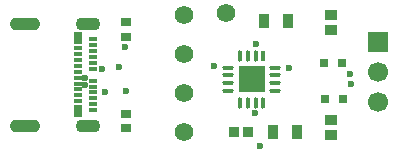
<source format=gts>
G04*
G04 #@! TF.GenerationSoftware,Altium Limited,Altium Designer,21.2.2 (38)*
G04*
G04 Layer_Color=8388736*
%FSLAX25Y25*%
%MOIN*%
G70*
G04*
G04 #@! TF.SameCoordinates,D102F6C4-1F96-4035-BECF-554025CD0FF2*
G04*
G04*
G04 #@! TF.FilePolarity,Negative*
G04*
G01*
G75*
%ADD15R,0.02756X0.01181*%
%ADD16R,0.02756X0.03937*%
%ADD17R,0.03394X0.02894*%
%ADD18R,0.09055X0.09055*%
G04:AMPARAMS|DCode=19|XSize=15.75mil|YSize=37.4mil|CornerRadius=7.87mil|HoleSize=0mil|Usage=FLASHONLY|Rotation=270.000|XOffset=0mil|YOffset=0mil|HoleType=Round|Shape=RoundedRectangle|*
%AMROUNDEDRECTD19*
21,1,0.01575,0.02165,0,0,270.0*
21,1,0.00000,0.03740,0,0,270.0*
1,1,0.01575,-0.01083,0.00000*
1,1,0.01575,-0.01083,0.00000*
1,1,0.01575,0.01083,0.00000*
1,1,0.01575,0.01083,0.00000*
%
%ADD19ROUNDEDRECTD19*%
G04:AMPARAMS|DCode=20|XSize=37.4mil|YSize=15.75mil|CornerRadius=7.87mil|HoleSize=0mil|Usage=FLASHONLY|Rotation=270.000|XOffset=0mil|YOffset=0mil|HoleType=Round|Shape=RoundedRectangle|*
%AMROUNDEDRECTD20*
21,1,0.03740,0.00000,0,0,270.0*
21,1,0.02165,0.01575,0,0,270.0*
1,1,0.01575,0.00000,-0.01083*
1,1,0.01575,0.00000,0.01083*
1,1,0.01575,0.00000,0.01083*
1,1,0.01575,0.00000,-0.01083*
%
%ADD20ROUNDEDRECTD20*%
%ADD21R,0.01575X0.03740*%
%ADD22R,0.03765X0.04749*%
%ADD24R,0.03150X0.03150*%
%ADD25R,0.03563X0.03568*%
%ADD26R,0.03937X0.03347*%
G04:AMPARAMS|DCode=27|XSize=43.31mil|YSize=82.68mil|CornerRadius=21.65mil|HoleSize=0mil|Usage=FLASHONLY|Rotation=270.000|XOffset=0mil|YOffset=0mil|HoleType=Round|Shape=RoundedRectangle|*
%AMROUNDEDRECTD27*
21,1,0.04331,0.03937,0,0,270.0*
21,1,0.00000,0.08268,0,0,270.0*
1,1,0.04331,-0.01968,0.00000*
1,1,0.04331,-0.01968,0.00000*
1,1,0.04331,0.01968,0.00000*
1,1,0.04331,0.01968,0.00000*
%
%ADD27ROUNDEDRECTD27*%
G04:AMPARAMS|DCode=28|XSize=43.31mil|YSize=102.36mil|CornerRadius=21.65mil|HoleSize=0mil|Usage=FLASHONLY|Rotation=270.000|XOffset=0mil|YOffset=0mil|HoleType=Round|Shape=RoundedRectangle|*
%AMROUNDEDRECTD28*
21,1,0.04331,0.05906,0,0,270.0*
21,1,0.00000,0.10236,0,0,270.0*
1,1,0.04331,-0.02953,0.00000*
1,1,0.04331,-0.02953,0.00000*
1,1,0.04331,0.02953,0.00000*
1,1,0.04331,0.02953,0.00000*
%
%ADD28ROUNDEDRECTD28*%
%ADD29R,0.06693X0.06693*%
%ADD30C,0.06693*%
%ADD31C,0.06181*%
%ADD32C,0.02362*%
D15*
X31575Y24532D02*
D03*
Y28468D02*
D03*
Y38311D02*
D03*
Y36342D02*
D03*
Y34374D02*
D03*
Y32405D02*
D03*
Y30437D02*
D03*
Y22563D02*
D03*
Y20595D02*
D03*
Y18626D02*
D03*
Y16657D02*
D03*
Y14689D02*
D03*
X26457Y17642D02*
D03*
Y19610D02*
D03*
Y21579D02*
D03*
Y23547D02*
D03*
Y25516D02*
D03*
Y27484D02*
D03*
Y29453D02*
D03*
Y31421D02*
D03*
Y33390D02*
D03*
Y35358D02*
D03*
D16*
Y38705D02*
D03*
Y14295D02*
D03*
D17*
X42500Y8654D02*
D03*
Y13500D02*
D03*
Y44000D02*
D03*
Y39154D02*
D03*
D18*
X84500Y25000D02*
D03*
D19*
X92276Y28839D02*
D03*
Y26280D02*
D03*
Y23720D02*
D03*
Y21161D02*
D03*
X76724D02*
D03*
Y23720D02*
D03*
Y26280D02*
D03*
Y28839D02*
D03*
D20*
X88339Y17224D02*
D03*
X85780D02*
D03*
X83220D02*
D03*
X80661D02*
D03*
Y32776D02*
D03*
X83220D02*
D03*
X85780D02*
D03*
D21*
X88339D02*
D03*
D22*
X99571Y7500D02*
D03*
X91500D02*
D03*
X96571Y44500D02*
D03*
X88500D02*
D03*
D24*
X108547Y30500D02*
D03*
X114453D02*
D03*
X109000Y18500D02*
D03*
X114906D02*
D03*
D25*
X83364Y7500D02*
D03*
X78636D02*
D03*
D26*
X111000Y41539D02*
D03*
Y46461D02*
D03*
X110823Y11461D02*
D03*
Y6539D02*
D03*
D27*
X29961Y43508D02*
D03*
Y9492D02*
D03*
D28*
X8858Y43508D02*
D03*
Y9492D02*
D03*
D29*
X126500Y37500D02*
D03*
D30*
Y27500D02*
D03*
Y17500D02*
D03*
D31*
X76000Y47000D02*
D03*
X62000Y33500D02*
D03*
Y7500D02*
D03*
Y20500D02*
D03*
Y46500D02*
D03*
D32*
X35678Y20608D02*
D03*
X87300Y2800D02*
D03*
X42500Y21100D02*
D03*
X40400Y29200D02*
D03*
X42300Y35700D02*
D03*
X28801Y23162D02*
D03*
X96767Y28595D02*
D03*
X85761Y36650D02*
D03*
X85735Y13602D02*
D03*
X71844Y29428D02*
D03*
X117499Y23367D02*
D03*
X117400Y26600D02*
D03*
X34500Y28500D02*
D03*
X28875Y25539D02*
D03*
M02*

</source>
